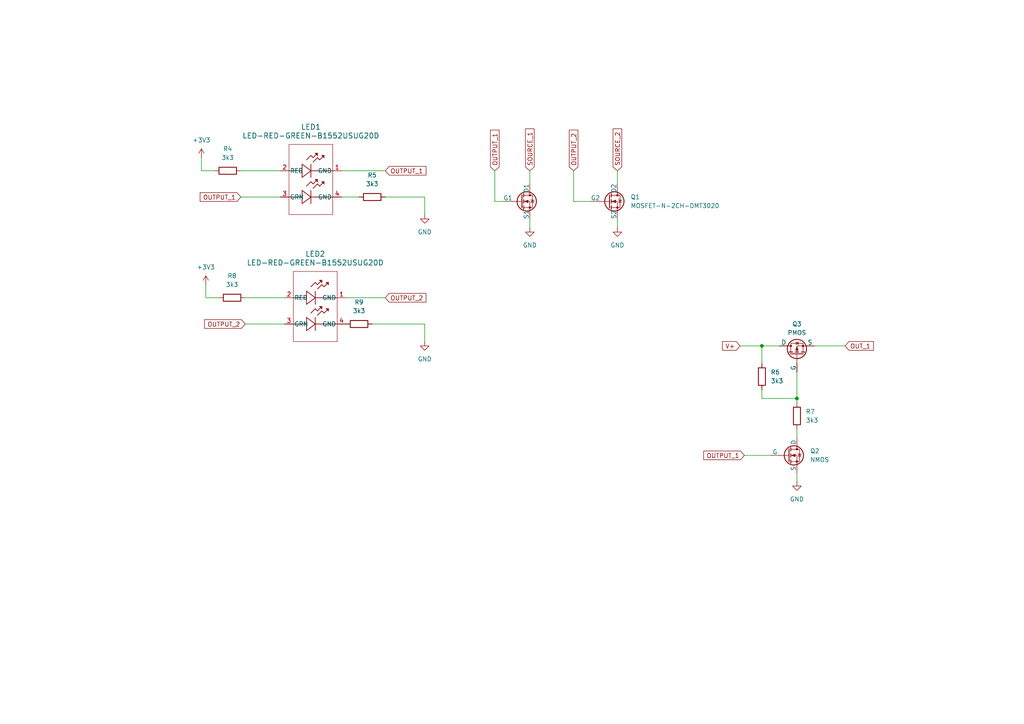
<source format=kicad_sch>
(kicad_sch (version 20231120) (generator "eeschema") (generator_version "8.0")
  (paper "A4")
  (title_block (title "ESP32-WROOM-32D Automation Board") (date "2024-01-15"))
  (lib_symbols
    (symbol "+3V3_1" (power) (pin_numbers hide) (pin_names (offset 0) hide)
      (property "Value" "+3V3" (at 0 3.556 0))
      (symbol "+3V3_1_0_1"
        (polyline (pts (xy -0.762 1.27) (xy 0 2.54)))
        (polyline (pts (xy 0 0) (xy 0 2.54)))
        (polyline (pts (xy 0 2.54) (xy 0.762 1.27)))
      )
      (symbol "+3V3_1_1_1"
        (pin power_in line (at 0 0 90) (length 0) (name "~") (number "1"))
      )
    )
    (symbol "Alexander Symbol Library:MOSFET-N-2CH-DMT3020" (pin_numbers hide) (pin_names (offset 0))
      (property "Reference" "Q" (at 5.08 1.27 0))
      (property "Value" "MOSFET-N-2CH-DMT3020" (at -11.176 12.7 0))
      (symbol "MOSFET-N-2CH-DMT3020_0_1"
        (polyline (pts (xy 0.254 0) (xy -2.54 0)))
        (polyline (pts (xy 0.254 1.905) (xy 0.254 -1.905)) (stroke (width 0.254)))
        (polyline (pts (xy 0.762 -1.27) (xy 0.762 -2.286)) (stroke (width 0.254)))
        (polyline (pts (xy 0.762 0.508) (xy 0.762 -0.508)) (stroke (width 0.254)))
        (polyline (pts (xy 0.762 2.286) (xy 0.762 1.27)) (stroke (width 0.254)))
        (polyline (pts (xy 2.54 2.54) (xy 2.54 1.778)))
        (polyline (pts (xy 25.654 0) (xy 22.86 0)))
        (polyline (pts (xy 25.654 1.905) (xy 25.654 -1.905)) (stroke (width 0.254)))
        (polyline (pts (xy 26.162 -1.27) (xy 26.162 -2.286)) (stroke (width 0.254)))
        (polyline (pts (xy 26.162 0.508) (xy 26.162 -0.508)) (stroke (width 0.254)))
        (polyline (pts (xy 26.162 2.286) (xy 26.162 1.27)) (stroke (width 0.254)))
        (polyline (pts (xy 27.94 2.54) (xy 27.94 1.778)))
        (polyline (pts (xy 2.54 -2.54) (xy 2.54 0) (xy 0.762 0)))
        (polyline (pts (xy 27.94 -2.54) (xy 27.94 0) (xy 26.162 0)))
        (polyline (pts (xy 0.762 -1.778) (xy 3.302 -1.778) (xy 3.302 1.778) (xy 0.762 1.778)))
        (polyline (pts (xy 1.016 0) (xy 2.032 0.381) (xy 2.032 -0.381) (xy 1.016 0)) (fill (type outline)))
        (polyline (pts (xy 2.794 0.508) (xy 2.921 0.381) (xy 3.683 0.381) (xy 3.81 0.254)))
        (polyline (pts (xy 3.302 0.381) (xy 2.921 -0.254) (xy 3.683 -0.254) (xy 3.302 0.381)))
        (polyline (pts (xy 26.162 -1.778) (xy 28.702 -1.778) (xy 28.702 1.778) (xy 26.162 1.778)))
        (polyline (pts (xy 26.416 0) (xy 27.432 0.381) (xy 27.432 -0.381) (xy 26.416 0)) (fill (type outline)))
        (polyline (pts (xy 28.194 0.508) (xy 28.321 0.381) (xy 29.083 0.381) (xy 29.21 0.254)))
        (polyline (pts (xy 28.702 0.381) (xy 28.321 -0.254) (xy 29.083 -0.254) (xy 28.702 0.381)))
        (circle (center 1.651 0) (radius 2.794) (stroke (width 0.254)))
        (circle (center 2.54 -1.778) (radius 0.254) (fill (type outline)))
        (circle (center 2.54 1.778) (radius 0.254) (fill (type outline)))
        (circle (center 27.051 0) (radius 2.794) (stroke (width 0.254)))
        (circle (center 27.94 -1.778) (radius 0.254) (fill (type outline)))
        (circle (center 27.94 1.778) (radius 0.254) (fill (type outline)))
      )
      (symbol "MOSFET-N-2CH-DMT3020_1_0"
        (pin passive line (at 27.94 5.08 270) (length 2.54) hide (name "D2") (number "5"))
        (pin passive line (at 2.54 5.08 270) (length 2.54) hide (name "D1") (number "7"))
      )
      (symbol "MOSFET-N-2CH-DMT3020_1_1"
        (pin passive line (at 2.54 -5.08 90) (length 2.54) (name "S1") (number "1"))
        (pin input line (at -5.08 0 0) (length 2.54) (name "G1") (number "2"))
        (pin passive line (at 27.94 -5.08 90) (length 2.54) (name "S2") (number "3"))
        (pin input line (at 20.32 0 0) (length 2.54) (name "G2") (number "4"))
        (pin passive line (at 27.94 5.08 270) (length 2.54) (name "D2") (number "6"))
        (pin passive line (at 2.54 5.08 270) (length 2.54) (name "D1") (number "8"))
      )
    )
    (symbol "Alexander_Library_Symbols:LED-RED-GREEN-B1552USUG20D" (pin_names (offset 0.254))
      (property "Reference" "LED" (at 8.89 20.955 0))
      (property "Value" "LED-RED-GREEN-B1552USUG20D" (at 8.89 17.78 0))
      (symbol "LED-RED-GREEN-B1552USUG20D_0_1"
        (polyline (pts (xy 2.54 -12.7) (xy 15.24 -12.7)) (stroke (width 0.127)))
        (polyline (pts (xy 2.54 -7.62) (xy 6.0198 -7.62)) (stroke (width 0.2032)))
        (polyline (pts (xy 2.54 0) (xy 6.0198 0)) (stroke (width 0.2032)))
        (polyline (pts (xy 2.54 7.62) (xy 2.54 -12.7)) (stroke (width 0.127)))
        (polyline (pts (xy 5.715 -7.62) (xy 6.35 -7.62)) (stroke (width 0.2032)))
        (polyline (pts (xy 5.715 0) (xy 6.35 0)) (stroke (width 0.2032)))
        (polyline (pts (xy 6.35 -9.525) (xy 8.89 -7.62)) (stroke (width 0.2032)))
        (polyline (pts (xy 6.35 -5.715) (xy 6.35 -9.525)) (stroke (width 0.2032)))
        (polyline (pts (xy 6.35 -1.905) (xy 8.89 0)) (stroke (width 0.2032)))
        (polyline (pts (xy 6.35 1.905) (xy 6.35 -1.905)) (stroke (width 0.2032)))
        (polyline (pts (xy 7.62 -4.445) (xy 8.89 -3.175)) (stroke (width 0.2032)))
        (polyline (pts (xy 7.62 3.175) (xy 8.89 4.445)) (stroke (width 0.2032)))
        (polyline (pts (xy 8.89 -9.525) (xy 8.89 -5.715)) (stroke (width 0.2032)))
        (polyline (pts (xy 8.89 -7.62) (xy 6.35 -5.715)) (stroke (width 0.2032)))
        (polyline (pts (xy 8.89 -7.62) (xy 15.24 -7.62)) (stroke (width 0.2032)))
        (polyline (pts (xy 8.89 -3.175) (xy 9.525 -3.81)) (stroke (width 0.2032)))
        (polyline (pts (xy 8.89 -1.905) (xy 8.89 1.905)) (stroke (width 0.2032)))
        (polyline (pts (xy 8.89 0) (xy 6.35 1.905)) (stroke (width 0.2032)))
        (polyline (pts (xy 8.89 0) (xy 15.24 0)) (stroke (width 0.2032)))
        (polyline (pts (xy 8.89 4.445) (xy 9.525 3.81)) (stroke (width 0.2032)))
        (polyline (pts (xy 9.525 -5.08) (xy 10.795 -3.81)) (stroke (width 0.2032)))
        (polyline (pts (xy 9.525 -3.81) (xy 10.795 -2.54)) (stroke (width 0.2032)))
        (polyline (pts (xy 9.525 2.54) (xy 10.795 3.81)) (stroke (width 0.2032)))
        (polyline (pts (xy 9.525 3.81) (xy 10.795 5.08)) (stroke (width 0.2032)))
        (polyline (pts (xy 10.16 -2.54) (xy 10.795 -3.175)) (stroke (width 0.2032)))
        (polyline (pts (xy 10.16 5.08) (xy 10.795 4.445)) (stroke (width 0.2032)))
        (polyline (pts (xy 10.795 -3.81) (xy 11.43 -4.445)) (stroke (width 0.2032)))
        (polyline (pts (xy 10.795 -3.175) (xy 10.795 -2.54)) (stroke (width 0.2032)))
        (polyline (pts (xy 10.795 -2.54) (xy 10.16 -2.54)) (stroke (width 0.2032)))
        (polyline (pts (xy 10.795 3.81) (xy 11.43 3.175)) (stroke (width 0.2032)))
        (polyline (pts (xy 10.795 4.445) (xy 10.795 5.08)) (stroke (width 0.2032)))
        (polyline (pts (xy 10.795 5.08) (xy 10.16 5.08)) (stroke (width 0.2032)))
        (polyline (pts (xy 11.43 -4.445) (xy 12.7 -3.175)) (stroke (width 0.2032)))
        (polyline (pts (xy 11.43 3.175) (xy 12.7 4.445)) (stroke (width 0.2032)))
        (polyline (pts (xy 12.065 -3.175) (xy 12.7 -3.81)) (stroke (width 0.2032)))
        (polyline (pts (xy 12.065 4.445) (xy 12.7 3.81)) (stroke (width 0.2032)))
        (polyline (pts (xy 12.7 -3.81) (xy 12.7 -3.175)) (stroke (width 0.2032)))
        (polyline (pts (xy 12.7 -3.175) (xy 12.065 -3.175)) (stroke (width 0.2032)))
        (polyline (pts (xy 12.7 3.81) (xy 12.7 4.445)) (stroke (width 0.2032)))
        (polyline (pts (xy 12.7 4.445) (xy 12.065 4.445)) (stroke (width 0.2032)))
        (polyline (pts (xy 15.24 -12.7) (xy 15.24 7.62)) (stroke (width 0.127)))
        (polyline (pts (xy 15.24 7.62) (xy 2.54 7.62)) (stroke (width 0.127)))
        (pin power_in line (at 17.78 0 180) (length 2.54) (name "GND") (number "1"))
        (pin power_out line (at 0 0 0) (length 2.54) (name "RED") (number "2"))
        (pin power_in line (at 0 -7.62 0) (length 2.54) (name "GRN") (number "3"))
        (pin power_out line (at 17.78 -7.62 180) (length 2.54) (name "GND") (number "4"))
      )
    )
    (symbol "Device:R" (pin_numbers hide) (pin_names (offset 0))
      (property "Reference" "R" (at 2.032 0 90))
      (property "Value" "R" (at 0 0 90))
      (symbol "R_0_1"
        (rectangle (start -1.016 -2.54) (end 1.016 2.54) (stroke (width 0.254)))
      )
      (symbol "R_1_1"
        (pin passive line (at 0 3.81 270) (length 1.27) (name "~") (number "1"))
        (pin passive line (at 0 -3.81 90) (length 1.27) (name "~") (number "2"))
      )
    )
    (symbol "GND_6" (power) (pin_numbers hide) (pin_names (offset 0) hide)
      (property "Value" "GND" (at 0 -3.81 0))
      (symbol "GND_6_0_1"
        (polyline (pts (xy 0 0) (xy 0 -1.27) (xy 1.27 -1.27) (xy 0 -2.54) (xy -1.27 -1.27) (xy 0 -1.27)))
      )
      (symbol "GND_6_1_1"
        (pin power_in line (at 0 0 270) (length 0) (name "~") (number "1"))
      )
    )
    (symbol "GND_7" (power) (pin_numbers hide) (pin_names (offset 0) hide)
      (property "Value" "GND" (at 0 -3.81 0))
      (symbol "GND_7_0_1"
        (polyline (pts (xy 0 0) (xy 0 -1.27) (xy 1.27 -1.27) (xy 0 -2.54) (xy -1.27 -1.27) (xy 0 -1.27)))
      )
      (symbol "GND_7_1_1"
        (pin power_in line (at 0 0 270) (length 0) (name "~") (number "1"))
      )
    )
    (symbol "GND_8" (power) (pin_numbers hide) (pin_names (offset 0) hide)
      (property "Value" "GND" (at 0 -3.81 0))
      (symbol "GND_8_0_1"
        (polyline (pts (xy 0 0) (xy 0 -1.27) (xy 1.27 -1.27) (xy 0 -2.54) (xy -1.27 -1.27) (xy 0 -1.27)))
      )
      (symbol "GND_8_1_1"
        (pin power_in line (at 0 0 270) (length 0) (name "~") (number "1"))
      )
    )
    (symbol "Simulation_SPICE:NMOS" (pin_numbers hide) (pin_names (offset 0))
      (property "Reference" "Q" (at 5.08 1.27 0))
      (property "Value" "NMOS" (at 5.08 -1.27 0))
      (symbol "NMOS_0_1"
        (polyline (pts (xy 0.254 0) (xy -2.54 0)))
        (polyline (pts (xy 0.254 1.905) (xy 0.254 -1.905)) (stroke (width 0.254)))
        (polyline (pts (xy 0.762 -1.27) (xy 0.762 -2.286)) (stroke (width 0.254)))
        (polyline (pts (xy 0.762 0.508) (xy 0.762 -0.508)) (stroke (width 0.254)))
        (polyline (pts (xy 0.762 2.286) (xy 0.762 1.27)) (stroke (width 0.254)))
        (polyline (pts (xy 2.54 2.54) (xy 2.54 1.778)))
        (polyline (pts (xy 2.54 -2.54) (xy 2.54 0) (xy 0.762 0)))
        (polyline (pts (xy 0.762 -1.778) (xy 3.302 -1.778) (xy 3.302 1.778) (xy 0.762 1.778)))
        (polyline (pts (xy 1.016 0) (xy 2.032 0.381) (xy 2.032 -0.381) (xy 1.016 0)) (fill (type outline)))
        (polyline (pts (xy 2.794 0.508) (xy 2.921 0.381) (xy 3.683 0.381) (xy 3.81 0.254)))
        (polyline (pts (xy 3.302 0.381) (xy 2.921 -0.254) (xy 3.683 -0.254) (xy 3.302 0.381)))
        (circle (center 1.651 0) (radius 2.794) (stroke (width 0.254)))
        (circle (center 2.54 -1.778) (radius 0.254) (fill (type outline)))
        (circle (center 2.54 1.778) (radius 0.254) (fill (type outline)))
      )
      (symbol "NMOS_1_1"
        (pin passive line (at 2.54 5.08 270) (length 2.54) (name "D") (number "1"))
        (pin input line (at -5.08 0 0) (length 2.54) (name "G") (number "2"))
        (pin passive line (at 2.54 -5.08 90) (length 2.54) (name "S") (number "3"))
      )
    )
    (symbol "Simulation_SPICE:PMOS" (pin_numbers hide) (pin_names (offset 0))
      (property "Reference" "Q" (at 5.08 1.27 0))
      (property "Value" "PMOS" (at 5.08 -1.27 0))
      (symbol "PMOS_0_1"
        (polyline (pts (xy 0.254 0) (xy -2.54 0)))
        (polyline (pts (xy 0.254 1.905) (xy 0.254 -1.905)) (stroke (width 0.254)))
        (polyline (pts (xy 0.762 -1.27) (xy 0.762 -2.286)) (stroke (width 0.254)))
        (polyline (pts (xy 0.762 0.508) (xy 0.762 -0.508)) (stroke (width 0.254)))
        (polyline (pts (xy 0.762 2.286) (xy 0.762 1.27)) (stroke (width 0.254)))
        (polyline (pts (xy 2.54 2.54) (xy 2.54 1.778)))
        (polyline (pts (xy 2.54 -2.54) (xy 2.54 0) (xy 0.762 0)))
        (polyline (pts (xy 0.762 1.778) (xy 3.302 1.778) (xy 3.302 -1.778) (xy 0.762 -1.778)))
        (polyline (pts (xy 2.286 0) (xy 1.27 0.381) (xy 1.27 -0.381) (xy 2.286 0)) (fill (type outline)))
        (polyline (pts (xy 2.794 -0.508) (xy 2.921 -0.381) (xy 3.683 -0.381) (xy 3.81 -0.254)))
        (polyline (pts (xy 3.302 -0.381) (xy 2.921 0.254) (xy 3.683 0.254) (xy 3.302 -0.381)))
        (circle (center 1.651 0) (radius 2.794) (stroke (width 0.254)))
        (circle (center 2.54 -1.778) (radius 0.254) (fill (type outline)))
        (circle (center 2.54 1.778) (radius 0.254) (fill (type outline)))
      )
      (symbol "PMOS_1_1"
        (pin passive line (at 2.54 5.08 270) (length 2.54) (name "D") (number "1"))
        (pin input line (at -5.08 0 0) (length 2.54) (name "G") (number "2"))
        (pin passive line (at 2.54 -5.08 90) (length 2.54) (name "S") (number "3"))
      )
    )
    (symbol "power:GND" (power) (pin_names (offset 0))
      (property "Value" "GND" (at 0 -3.81 0))
      (symbol "GND_0_1"
        (polyline (pts (xy 0 0) (xy 0 -1.27) (xy 1.27 -1.27) (xy 0 -2.54) (xy -1.27 -1.27) (xy 0 -1.27)))
      )
      (symbol "GND_1_1"
        (pin power_in line (at 0 0 270) (length 0) hide (name "GND") (number "1"))
      )
    )
  )
  (junction (at 220.98 100.33))
  (junction (at 231.14 115.57))
  (wire (pts (xy 166.37 49.53) (xy 166.37 58.42)))
  (wire (pts (xy 215.9 132.08) (xy 223.52 132.08)))
  (wire (pts (xy 71.12 93.98) (xy 82.55 93.98)))
  (wire (pts (xy 107.95 93.98) (xy 123.19 93.98)))
  (wire (pts (xy 153.67 63.5) (xy 153.67 66.04)))
  (wire (pts (xy 111.76 57.15) (xy 123.19 57.15)))
  (wire (pts (xy 214.63 100.33) (xy 220.98 100.33)))
  (wire (pts (xy 123.19 93.98) (xy 123.19 99.06)))
  (wire (pts (xy 220.98 100.33) (xy 226.06 100.33)))
  (wire (pts (xy 166.37 58.42) (xy 171.45 58.42)))
  (wire (pts (xy 100.33 86.36) (xy 111.76 86.36)))
  (wire (pts (xy 63.5 86.36) (xy 59.69 86.36)))
  (wire (pts (xy 236.22 100.33) (xy 245.11 100.33)))
  (wire (pts (xy 220.98 113.03) (xy 220.98 115.57)))
  (wire (pts (xy 71.12 86.36) (xy 82.55 86.36)))
  (wire (pts (xy 231.14 124.46) (xy 231.14 127)))
  (wire (pts (xy 143.51 49.53) (xy 143.51 58.42)))
  (wire (pts (xy 179.07 63.5) (xy 179.07 66.04)))
  (wire (pts (xy 153.67 49.53) (xy 153.67 53.34)))
  (wire (pts (xy 69.85 57.15) (xy 81.28 57.15)))
  (wire (pts (xy 231.14 137.16) (xy 231.14 139.7)))
  (wire (pts (xy 179.07 49.53) (xy 179.07 53.34)))
  (wire (pts (xy 58.42 49.53) (xy 58.42 45.72)))
  (wire (pts (xy 69.85 49.53) (xy 81.28 49.53)))
  (wire (pts (xy 99.06 57.15) (xy 104.14 57.15)))
  (wire (pts (xy 62.23 49.53) (xy 58.42 49.53)))
  (wire (pts (xy 231.14 116.84) (xy 231.14 115.57)))
  (wire (pts (xy 59.69 86.36) (xy 59.69 82.55)))
  (wire (pts (xy 99.06 49.53) (xy 111.76 49.53)))
  (wire (pts (xy 220.98 100.33) (xy 220.98 105.41)))
  (wire (pts (xy 220.98 115.57) (xy 231.14 115.57)))
  (wire (pts (xy 123.19 57.15) (xy 123.19 62.23)))
  (wire (pts (xy 231.14 107.95) (xy 231.14 115.57)))
  (wire (pts (xy 143.51 58.42) (xy 146.05 58.42)))
  (global_label "OUTPUT_1" (shape input) (at 143.51 49.53 90) (property "Intersheetrefs" "${INTERSHEET_REFS}" (effects (hide yes))))
  (global_label "SOURCE_2" (shape input) (at 179.07 49.53 90) (property "Intersheetrefs" "${INTERSHEET_REFS}" (effects (hide yes))))
  (global_label "OUTPUT_2" (shape input) (at 166.37 49.53 90) (property "Intersheetrefs" "${INTERSHEET_REFS}" (effects (hide yes))))
  (global_label "OUTPUT_1" (shape input) (at 111.76 49.53 0) (property "Intersheetrefs" "${INTERSHEET_REFS}" (effects (hide yes))))
  (global_label "OUTPUT_1" (shape input) (at 215.9 132.08 180) (property "Intersheetrefs" "${INTERSHEET_REFS}" (effects (hide yes))))
  (global_label "SOURCE_1" (shape input) (at 153.67 49.53 90) (property "Intersheetrefs" "${INTERSHEET_REFS}" (effects (hide yes))))
  (global_label "OUTPUT_2" (shape input) (at 111.76 86.36 0) (property "Intersheetrefs" "${INTERSHEET_REFS}" (effects (hide yes))))
  (global_label "OUT_1" (shape input) (at 245.11 100.33 0) (property "Intersheetrefs" "${INTERSHEET_REFS}" (effects (hide yes))))
  (global_label "OUTPUT_2" (shape input) (at 71.12 93.98 180) (property "Intersheetrefs" "${INTERSHEET_REFS}" (effects (hide yes))))
  (global_label "OUTPUT_1" (shape input) (at 69.85 57.15 180) (property "Intersheetrefs" "${INTERSHEET_REFS}" (effects (hide yes))))
  (global_label "V+" (shape input) (at 214.63 100.33 180) (property "Intersheetrefs" "${INTERSHEET_REFS}" (effects (hide yes))))
  (symbol (lib_id "Device:R") (at 231.14 120.65 0) (unit 1)
    (property "Reference" "R7" (at 233.68 119.3799 0) (effects (justify left)))
    (property "Value" "3k3" (at 233.68 121.9199 0) (effects (justify left)))
    (property "Footprint" "Resistor_SMD:R_1206_3216Metric_Pad1.30x1.75mm_HandSolder" (effects (hide yes)))
    (property "Description" "Resistor" (effects (hide yes)))
  )
  (symbol (lib_id "Device:R") (at 104.14 93.98 270) (unit 1)
    (property "Reference" "R9" (at 104.14 87.63 90))
    (property "Value" "3k3" (at 104.14 90.17 90))
    (property "Footprint" "Resistor_SMD:R_1206_3216Metric_Pad1.30x1.75mm_HandSolder" (effects (hide yes)))
    (property "Description" "Resistor" (effects (hide yes)))
  )
  (symbol (lib_name "+3V3_1") (lib_id "power:+3V3") (at 58.42 45.72 0) (unit 1)
    (property "Reference" "#PWR022" (effects (hide yes)))
    (property "Value" "+3V3" (at 58.42 40.64 0))
    (property "Description" "Power symbol creates a global label with name \"+3V3\"" (effects (hide yes)))
  )
  (symbol (lib_id "power:GND") (at 123.19 62.23 0) (unit 1)
    (property "Reference" "#PWR025" (effects (hide yes)))
    (property "Value" "GND" (at 123.19 67.31 0))
    (property "Description" "Power symbol creates a global label with name \"GND\" , ground" (effects (hide yes)))
  )
  (symbol (lib_id "Device:R") (at 66.04 49.53 270) (unit 1)
    (property "Reference" "R4" (at 66.04 43.18 90))
    (property "Value" "3k3" (at 66.04 45.72 90))
    (property "Footprint" "Resistor_SMD:R_1206_3216Metric_Pad1.30x1.75mm_HandSolder" (effects (hide yes)))
    (property "Description" "Resistor" (effects (hide yes)))
  )
  (symbol (lib_id "Alexander_Library_Symbols:LED-RED-GREEN-B1552USUG20D") (at 82.55 86.36 0) (unit 1)
    (property "Reference" "LED2" (at 91.44 73.66 0) (effects (font (size 1.524 1.524))))
    (property "Value" "LED-RED-GREEN-B1552USUG20D" (at 91.44 76.2 0) (effects (font (size 1.524 1.524))))
    (property "Footprint" "Alexander Footprint Library:B1552_HVK-M" (effects (hide yes)))
    (property "Datasheet" "B1552USUG20D000113U1930" (effects (hide yes)))
  )
  (symbol (lib_id "Alexander Symbol Library:MOSFET-N-2CH-DMT3020") (at 151.13 58.42 0) (unit 1)
    (property "Reference" "Q1" (at 182.88 57.1499 0) (effects (justify left)))
    (property "Value" "MOSFET-N-2CH-DMT3020" (at 182.88 59.6899 0) (effects (justify left)))
    (property "Footprint" "Alexander Footprint Library:MOSFET-N-2CH-DMT3020-SO-8" (effects (hide yes)))
    (property "Description" "N-MOSFET transistor, drain/source/gate" (effects (hide yes)))
    (property "Sim.Device" "NMOS" (effects (hide yes)))
    (property "Sim.Type" "VDMOS" (effects (hide yes)))
    (property "Sim.Pins" "1=D 2=G 3=S" (effects (hide yes)))
  )
  (symbol (lib_name "GND_6") (lib_id "power:GND") (at 153.67 66.04 0) (unit 1)
    (property "Reference" "#PWR021" (effects (hide yes)))
    (property "Value" "GND" (at 153.67 71.12 0))
    (property "Description" "Power symbol creates a global label with name \"GND\" , ground" (effects (hide yes)))
  )
  (symbol (lib_id "power:GND") (at 123.19 99.06 0) (unit 1)
    (property "Reference" "#PWR027" (effects (hide yes)))
    (property "Value" "GND" (at 123.19 104.14 0))
    (property "Description" "Power symbol creates a global label with name \"GND\" , ground" (effects (hide yes)))
  )
  (symbol (lib_id "Simulation_SPICE:PMOS") (at 231.14 102.87 90) (unit 1)
    (property "Reference" "Q3" (at 231.14 93.98 90))
    (property "Value" "PMOS" (at 231.14 96.52 90))
    (property "Datasheet" "https://ngspice.sourceforge.io/docs/ngspice-html-manual/manual.xhtml#cha_MOSFETs" (effects (hide yes)))
    (property "Description" "P-MOSFET transistor, drain/source/gate" (effects (hide yes)))
    (property "Sim.Device" "PMOS" (effects (hide yes)))
    (property "Sim.Type" "VDMOS" (effects (hide yes)))
    (property "Sim.Pins" "1=D 2=G 3=S" (effects (hide yes)))
  )
  (symbol (lib_name "GND_7") (lib_id "power:GND") (at 179.07 66.04 0) (unit 1)
    (property "Reference" "#PWR023" (effects (hide yes)))
    (property "Value" "GND" (at 179.07 71.12 0))
    (property "Description" "Power symbol creates a global label with name \"GND\" , ground" (effects (hide yes)))
  )
  (symbol (lib_name "GND_8") (lib_id "power:GND") (at 231.14 139.7 0) (unit 1)
    (property "Reference" "#PWR024" (effects (hide yes)))
    (property "Value" "GND" (at 231.14 144.78 0))
    (property "Description" "Power symbol creates a global label with name \"GND\" , ground" (effects (hide yes)))
  )
  (symbol (lib_id "Device:R") (at 67.31 86.36 270) (unit 1)
    (property "Reference" "R8" (at 67.31 80.01 90))
    (property "Value" "3k3" (at 67.31 82.55 90))
    (property "Footprint" "Resistor_SMD:R_1206_3216Metric_Pad1.30x1.75mm_HandSolder" (effects (hide yes)))
    (property "Description" "Resistor" (effects (hide yes)))
  )
  (symbol (lib_name "+3V3_1") (lib_id "power:+3V3") (at 59.69 82.55 0) (unit 1)
    (property "Reference" "#PWR026" (effects (hide yes)))
    (property "Value" "+3V3" (at 59.69 77.47 0))
    (property "Description" "Power symbol creates a global label with name \"+3V3\"" (effects (hide yes)))
  )
  (symbol (lib_id "Simulation_SPICE:NMOS") (at 228.6 132.08 0) (unit 1)
    (property "Reference" "Q2" (at 234.95 130.8099 0) (effects (justify left)))
    (property "Value" "NMOS" (at 234.95 133.3499 0) (effects (justify left)))
    (property "Datasheet" "https://ngspice.sourceforge.io/docs/ngspice-html-manual/manual.xhtml#cha_MOSFETs" (effects (hide yes)))
    (property "Description" "N-MOSFET transistor, drain/source/gate" (effects (hide yes)))
    (property "Sim.Device" "NMOS" (effects (hide yes)))
    (property "Sim.Type" "VDMOS" (effects (hide yes)))
    (property "Sim.Pins" "1=D 2=G 3=S" (effects (hide yes)))
  )
  (symbol (lib_id "Device:R") (at 220.98 109.22 0) (unit 1)
    (property "Reference" "R6" (at 223.52 107.9499 0) (effects (justify left)))
    (property "Value" "3k3" (at 223.52 110.4899 0) (effects (justify left)))
    (property "Footprint" "Resistor_SMD:R_1206_3216Metric_Pad1.30x1.75mm_HandSolder" (effects (hide yes)))
    (property "Description" "Resistor" (effects (hide yes)))
  )
  (symbol (lib_id "Device:R") (at 107.95 57.15 270) (unit 1)
    (property "Reference" "R5" (at 107.95 50.8 90))
    (property "Value" "3k3" (at 107.95 53.34 90))
    (property "Footprint" "Resistor_SMD:R_1206_3216Metric_Pad1.30x1.75mm_HandSolder" (effects (hide yes)))
    (property "Description" "Resistor" (effects (hide yes)))
  )
  (symbol (lib_id "Alexander_Library_Symbols:LED-RED-GREEN-B1552USUG20D") (at 81.28 49.53 0) (unit 1)
    (property "Reference" "LED1" (at 90.17 36.83 0) (effects (font (size 1.524 1.524))))
    (property "Value" "LED-RED-GREEN-B1552USUG20D" (at 90.17 39.37 0) (effects (font (size 1.524 1.524))))
    (property "Footprint" "Alexander Footprint Library:B1552_HVK-M" (effects (hide yes)))
    (property "Datasheet" "B1552USUG20D000113U1930" (effects (hide yes)))
  )
)
</source>
